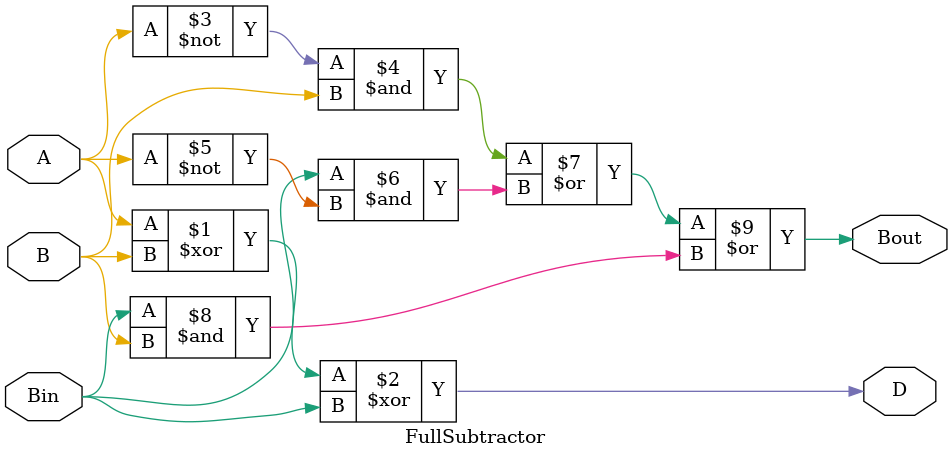
<source format=v>
module FullSubtractor (
    input A, B, Bin,
    output D, Bout
);
    assign D = A ^ B ^ Bin;
    assign Bout = (~A & B) | (Bin & ~A) | (Bin & B);
endmodule


</source>
